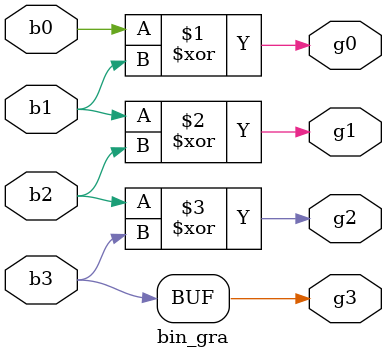
<source format=v>
`timescale 1ns / 1ps


module bin_gra(
    input b3,b2,b1,b0,
    output g3,g2,g1,g0
    );
    assign g0 = b0^b1;
    assign g1 = b1^b2;
    assign g2 = b2^b3;
    assign g3 = b3;
endmodule

</source>
